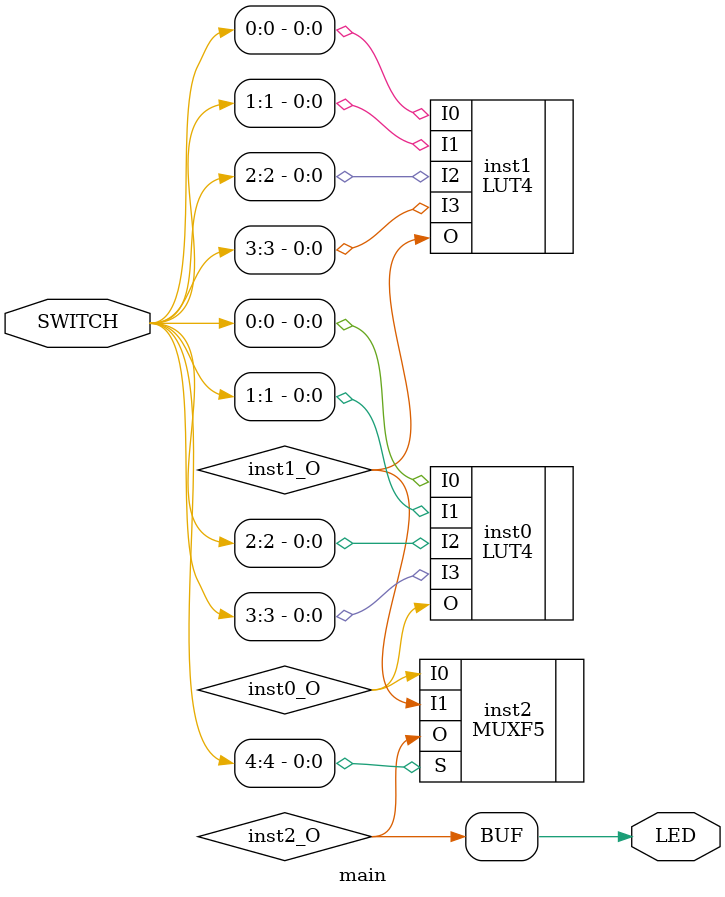
<source format=v>
module main (output  LED, input [4:0] SWITCH);
wire  inst0_O;
wire  inst1_O;
wire  inst2_O;
LUT4 #(.INIT(16'hAAAA)) inst0 (.I0(SWITCH[0]), .I1(SWITCH[1]), .I2(SWITCH[2]), .I3(SWITCH[3]), .O(inst0_O));
LUT4 #(.INIT(16'hAAAA)) inst1 (.I0(SWITCH[0]), .I1(SWITCH[1]), .I2(SWITCH[2]), .I3(SWITCH[3]), .O(inst1_O));
MUXF5 inst2 (.I0(inst0_O), .I1(inst1_O), .S(SWITCH[4]), .O(inst2_O));
assign LED = inst2_O;
endmodule


</source>
